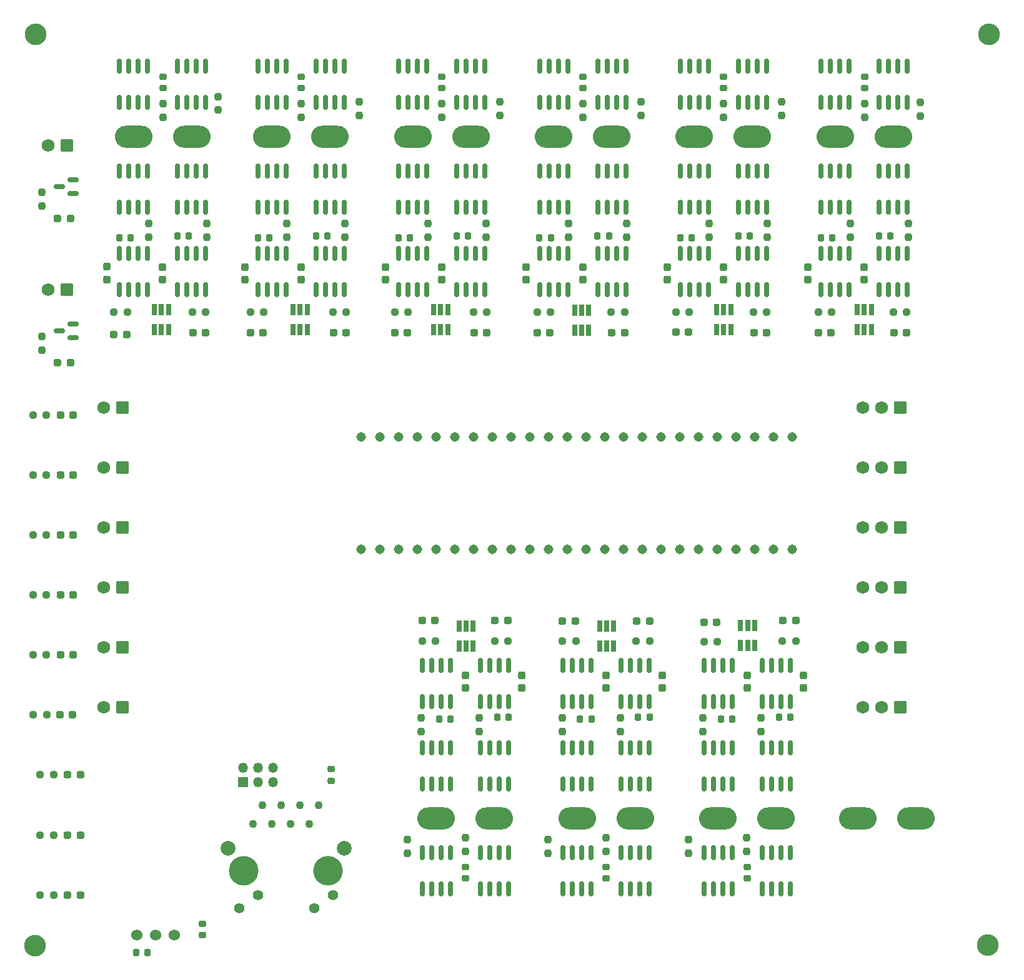
<source format=gts>
%TF.GenerationSoftware,KiCad,Pcbnew,(6.0.10)*%
%TF.CreationDate,2022-12-30T00:20:44-06:00*%
%TF.ProjectId,Armboard_Hardware,41726d62-6f61-4726-945f-486172647761,rev?*%
%TF.SameCoordinates,Original*%
%TF.FileFunction,Soldermask,Top*%
%TF.FilePolarity,Negative*%
%FSLAX46Y46*%
G04 Gerber Fmt 4.6, Leading zero omitted, Abs format (unit mm)*
G04 Created by KiCad (PCBNEW (6.0.10)) date 2022-12-30 00:20:44*
%MOMM*%
%LPD*%
G01*
G04 APERTURE LIST*
G04 Aperture macros list*
%AMRoundRect*
0 Rectangle with rounded corners*
0 $1 Rounding radius*
0 $2 $3 $4 $5 $6 $7 $8 $9 X,Y pos of 4 corners*
0 Add a 4 corners polygon primitive as box body*
4,1,4,$2,$3,$4,$5,$6,$7,$8,$9,$2,$3,0*
0 Add four circle primitives for the rounded corners*
1,1,$1+$1,$2,$3*
1,1,$1+$1,$4,$5*
1,1,$1+$1,$6,$7*
1,1,$1+$1,$8,$9*
0 Add four rect primitives between the rounded corners*
20,1,$1+$1,$2,$3,$4,$5,0*
20,1,$1+$1,$4,$5,$6,$7,0*
20,1,$1+$1,$6,$7,$8,$9,0*
20,1,$1+$1,$8,$9,$2,$3,0*%
G04 Aperture macros list end*
%ADD10R,0.650000X1.560000*%
%ADD11RoundRect,0.237500X-0.287500X-0.237500X0.287500X-0.237500X0.287500X0.237500X-0.287500X0.237500X0*%
%ADD12RoundRect,0.237500X0.250000X0.237500X-0.250000X0.237500X-0.250000X-0.237500X0.250000X-0.237500X0*%
%ADD13RoundRect,0.225000X0.250000X-0.225000X0.250000X0.225000X-0.250000X0.225000X-0.250000X-0.225000X0*%
%ADD14RoundRect,0.237500X0.237500X-0.250000X0.237500X0.250000X-0.237500X0.250000X-0.237500X-0.250000X0*%
%ADD15RoundRect,0.150000X0.150000X-0.825000X0.150000X0.825000X-0.150000X0.825000X-0.150000X-0.825000X0*%
%ADD16RoundRect,0.150000X-0.150000X0.825000X-0.150000X-0.825000X0.150000X-0.825000X0.150000X0.825000X0*%
%ADD17C,2.946400*%
%ADD18RoundRect,0.237500X-0.237500X0.250000X-0.237500X-0.250000X0.237500X-0.250000X0.237500X0.250000X0*%
%ADD19RoundRect,0.225000X0.225000X0.250000X-0.225000X0.250000X-0.225000X-0.250000X0.225000X-0.250000X0*%
%ADD20R,1.350000X1.350000*%
%ADD21O,1.350000X1.350000*%
%ADD22RoundRect,0.225000X-0.225000X-0.250000X0.225000X-0.250000X0.225000X0.250000X-0.225000X0.250000X0*%
%ADD23RoundRect,0.237500X-0.237500X0.287500X-0.237500X-0.287500X0.237500X-0.287500X0.237500X0.287500X0*%
%ADD24RoundRect,0.237500X-0.250000X-0.237500X0.250000X-0.237500X0.250000X0.237500X-0.250000X0.237500X0*%
%ADD25RoundRect,0.225000X-0.250000X0.225000X-0.250000X-0.225000X0.250000X-0.225000X0.250000X0.225000X0*%
%ADD26RoundRect,0.250000X0.620000X0.620000X-0.620000X0.620000X-0.620000X-0.620000X0.620000X-0.620000X0*%
%ADD27C,1.740000*%
%ADD28RoundRect,0.237500X0.287500X0.237500X-0.287500X0.237500X-0.287500X-0.237500X0.287500X-0.237500X0*%
%ADD29C,1.524000*%
%ADD30RoundRect,0.237500X0.237500X-0.287500X0.237500X0.287500X-0.237500X0.287500X-0.237500X-0.287500X0*%
%ADD31RoundRect,0.150000X0.587500X0.150000X-0.587500X0.150000X-0.587500X-0.150000X0.587500X-0.150000X0*%
%ADD32C,1.308000*%
%ADD33C,1.100000*%
%ADD34C,1.400000*%
%ADD35C,4.000000*%
%ADD36C,2.000000*%
%ADD37O,5.100000X3.000000*%
G04 APERTURE END LIST*
D10*
X267782080Y-199978000D03*
X268732080Y-199978000D03*
X269682080Y-199978000D03*
X269682080Y-197278000D03*
X268732080Y-197278000D03*
X267782080Y-197278000D03*
D11*
X160770600Y-276682200D03*
X162520600Y-276682200D03*
D12*
X248816500Y-242316000D03*
X246991500Y-242316000D03*
D13*
X249663592Y-167215600D03*
X249663592Y-165665600D03*
X192416228Y-167215600D03*
X192416228Y-165665600D03*
D14*
X228653704Y-187419100D03*
X228653704Y-185594100D03*
D15*
X251677392Y-194569600D03*
X252947392Y-194569600D03*
X254217392Y-194569600D03*
X255487392Y-194569600D03*
X255487392Y-189619600D03*
X254217392Y-189619600D03*
X252947392Y-189619600D03*
X251677392Y-189619600D03*
D11*
X159780000Y-227838000D03*
X161530000Y-227838000D03*
D12*
X217574500Y-197612000D03*
X215749500Y-197612000D03*
X168844000Y-197612000D03*
X167019000Y-197612000D03*
D14*
X211497416Y-171163100D03*
X211497416Y-169338100D03*
D16*
X258684004Y-270893800D03*
X257414004Y-270893800D03*
X256144004Y-270893800D03*
X254874004Y-270893800D03*
X254874004Y-275843800D03*
X256144004Y-275843800D03*
X257414004Y-275843800D03*
X258684004Y-275843800D03*
D14*
X192423428Y-171163100D03*
X192423428Y-169338100D03*
D17*
X285623000Y-159893000D03*
D12*
X157946700Y-252222000D03*
X156121700Y-252222000D03*
D15*
X205630016Y-183393600D03*
X206900016Y-183393600D03*
X208170016Y-183393600D03*
X209440016Y-183393600D03*
X209440016Y-178443600D03*
X208170016Y-178443600D03*
X206900016Y-178443600D03*
X205630016Y-178443600D03*
X243803392Y-194569600D03*
X245073392Y-194569600D03*
X246343392Y-194569600D03*
X247613392Y-194569600D03*
X247613392Y-189619600D03*
X246343392Y-189619600D03*
X245073392Y-189619600D03*
X243803392Y-189619600D03*
D12*
X206906500Y-197612000D03*
X205081500Y-197612000D03*
D18*
X233727600Y-268900300D03*
X233727600Y-270725300D03*
D19*
X239615200Y-252540800D03*
X238065200Y-252540800D03*
D20*
X184563000Y-261363000D03*
D21*
X184563000Y-259363000D03*
X186563000Y-261363000D03*
X186563000Y-259363000D03*
X188563000Y-261363000D03*
X188563000Y-259363000D03*
D10*
X172532080Y-199978000D03*
X173482080Y-199978000D03*
X174432080Y-199978000D03*
X174432080Y-197278000D03*
X173482080Y-197278000D03*
X172532080Y-197278000D03*
D22*
X213483816Y-187287147D03*
X215033816Y-187287147D03*
D15*
X167808480Y-169169600D03*
X169078480Y-169169600D03*
X170348480Y-169169600D03*
X171618480Y-169169600D03*
X171618480Y-164219600D03*
X170348480Y-164219600D03*
X169078480Y-164219600D03*
X167808480Y-164219600D03*
D23*
X192398028Y-191473600D03*
X192398028Y-193223600D03*
D15*
X262890080Y-194569600D03*
X264160080Y-194569600D03*
X265430080Y-194569600D03*
X266700080Y-194569600D03*
X266700080Y-189619600D03*
X265430080Y-189619600D03*
X264160080Y-189619600D03*
X262890080Y-189619600D03*
D23*
X222931504Y-191473600D03*
X222931504Y-193223600D03*
D24*
X218619000Y-242189000D03*
X220444000Y-242189000D03*
D14*
X190493028Y-187419100D03*
X190493028Y-185594100D03*
D18*
X157249500Y-200890500D03*
X157249500Y-202715500D03*
D16*
X231721000Y-245493800D03*
X230451000Y-245493800D03*
X229181000Y-245493800D03*
X227911000Y-245493800D03*
X227911000Y-250443800D03*
X229181000Y-250443800D03*
X230451000Y-250443800D03*
X231721000Y-250443800D03*
D10*
X229494080Y-200058000D03*
X230444080Y-200058000D03*
X231394080Y-200058000D03*
X231394080Y-197358000D03*
X230444080Y-197358000D03*
X229494080Y-197358000D03*
D23*
X249645392Y-191473600D03*
X249645392Y-193223600D03*
D15*
X270764080Y-194569600D03*
X272034080Y-194569600D03*
X273304080Y-194569600D03*
X274574080Y-194569600D03*
X274574080Y-189619600D03*
X273304080Y-189619600D03*
X272034080Y-189619600D03*
X270764080Y-189619600D03*
D18*
X216569212Y-252644300D03*
X216569212Y-254469300D03*
D15*
X270764080Y-183393600D03*
X272034080Y-183393600D03*
X273304080Y-183393600D03*
X274574080Y-183393600D03*
X274574080Y-178443600D03*
X273304080Y-178443600D03*
X272034080Y-178443600D03*
X270764080Y-178443600D03*
D22*
X262869880Y-187522600D03*
X264419880Y-187522600D03*
D11*
X159780000Y-219710000D03*
X161530000Y-219710000D03*
D14*
X181132800Y-170184600D03*
X181132800Y-168359600D03*
D25*
X214646012Y-272847800D03*
X214646012Y-274397800D03*
D12*
X158875100Y-268554200D03*
X157050100Y-268554200D03*
D11*
X159780000Y-244094000D03*
X161530000Y-244094000D03*
D16*
X220506212Y-245493800D03*
X219236212Y-245493800D03*
X217966212Y-245493800D03*
X216696212Y-245493800D03*
X216696212Y-250443800D03*
X217966212Y-250443800D03*
X219236212Y-250443800D03*
X220506212Y-250443800D03*
D14*
X230584104Y-171163100D03*
X230584104Y-169338100D03*
D26*
X168224200Y-226810000D03*
D27*
X165684200Y-226810000D03*
D18*
X214638812Y-268900300D03*
X214638812Y-270725300D03*
D22*
X232570504Y-187287147D03*
X234120504Y-187287147D03*
D14*
X173675880Y-171163100D03*
X173675880Y-169338100D03*
D28*
X274470500Y-200406000D03*
X272720500Y-200406000D03*
D22*
X224696504Y-187522600D03*
X226246504Y-187522600D03*
D18*
X235658000Y-252644300D03*
X235658000Y-254469300D03*
D26*
X168224200Y-243078000D03*
D27*
X165684200Y-243078000D03*
D18*
X206769012Y-269154300D03*
X206769012Y-270979300D03*
D14*
X179619480Y-187419100D03*
X179619480Y-185594100D03*
X238458104Y-170923100D03*
X238458104Y-169098100D03*
X255614392Y-187419100D03*
X255614392Y-185594100D03*
D10*
X191328080Y-199978000D03*
X192278080Y-199978000D03*
X193228080Y-199978000D03*
X193228080Y-197278000D03*
X192278080Y-197278000D03*
X191328080Y-197278000D03*
D16*
X250810004Y-270893800D03*
X249540004Y-270893800D03*
X248270004Y-270893800D03*
X247000004Y-270893800D03*
X247000004Y-275843800D03*
X248270004Y-275843800D03*
X249540004Y-275843800D03*
X250810004Y-275843800D03*
D14*
X257544792Y-170909100D03*
X257544792Y-169084100D03*
D23*
X268732080Y-191473600D03*
X268732080Y-193223600D03*
D14*
X274701080Y-187419100D03*
X274701080Y-185594100D03*
D15*
X194430028Y-194569600D03*
X195700028Y-194569600D03*
X196970028Y-194569600D03*
X198240028Y-194569600D03*
X198240028Y-189619600D03*
X196970028Y-189619600D03*
X195700028Y-189619600D03*
X194430028Y-189619600D03*
D29*
X175260000Y-282067000D03*
X172720000Y-282067000D03*
X170180000Y-282067000D03*
D22*
X251657192Y-187287147D03*
X253207192Y-187287147D03*
D10*
X234742004Y-240204000D03*
X233792004Y-240204000D03*
X232842004Y-240204000D03*
X232842004Y-242904000D03*
X233792004Y-242904000D03*
X234742004Y-242904000D03*
D12*
X157884500Y-235966000D03*
X156059500Y-235966000D03*
D11*
X159705700Y-252222000D03*
X161455700Y-252222000D03*
D30*
X252842004Y-248589800D03*
X252842004Y-246839800D03*
D12*
X229639500Y-242189000D03*
X227814500Y-242189000D03*
D16*
X250810004Y-256669800D03*
X249540004Y-256669800D03*
X248270004Y-256669800D03*
X247000004Y-256669800D03*
X247000004Y-261619800D03*
X248270004Y-261619800D03*
X249540004Y-261619800D03*
X250810004Y-261619800D03*
D14*
X276352000Y-170965500D03*
X276352000Y-169140500D03*
D11*
X205081500Y-200406000D03*
X206831500Y-200406000D03*
D22*
X194409828Y-187287147D03*
X195959828Y-187287147D03*
D25*
X252823804Y-272847800D03*
X252823804Y-274397800D03*
D23*
X261104880Y-191473600D03*
X261104880Y-193223600D03*
D15*
X175682480Y-183393600D03*
X176952480Y-183393600D03*
X178222480Y-183393600D03*
X179492480Y-183393600D03*
X179492480Y-178443600D03*
X178222480Y-178443600D03*
X176952480Y-178443600D03*
X175682480Y-178443600D03*
D12*
X157884500Y-244094000D03*
X156059500Y-244094000D03*
D19*
X212652412Y-252776253D03*
X211102412Y-252776253D03*
D12*
X158875100Y-276682200D03*
X157050100Y-276682200D03*
D15*
X186556028Y-194569600D03*
X187826028Y-194569600D03*
X189096028Y-194569600D03*
X190366028Y-194569600D03*
X190366028Y-189619600D03*
X189096028Y-189619600D03*
X187826028Y-189619600D03*
X186556028Y-189619600D03*
D23*
X211472016Y-191473600D03*
X211472016Y-193223600D03*
D16*
X239595000Y-245493800D03*
X238325000Y-245493800D03*
X237055000Y-245493800D03*
X235785000Y-245493800D03*
X235785000Y-250443800D03*
X237055000Y-250443800D03*
X238325000Y-250443800D03*
X239595000Y-250443800D03*
D11*
X160770600Y-268554200D03*
X162520600Y-268554200D03*
D10*
X210378080Y-199978000D03*
X211328080Y-199978000D03*
X212278080Y-199978000D03*
X212278080Y-197278000D03*
X211328080Y-197278000D03*
X210378080Y-197278000D03*
D15*
X175682480Y-194569600D03*
X176952480Y-194569600D03*
X178222480Y-194569600D03*
X179492480Y-194569600D03*
X179492480Y-189619600D03*
X178222480Y-189619600D03*
X176952480Y-189619600D03*
X175682480Y-189619600D03*
D12*
X259447000Y-242189000D03*
X257622000Y-242189000D03*
D13*
X173668680Y-167215600D03*
X173668680Y-165665600D03*
D28*
X239635000Y-239522000D03*
X237885000Y-239522000D03*
D15*
X270764080Y-169169600D03*
X272034080Y-169169600D03*
X273304080Y-169169600D03*
X274574080Y-169169600D03*
X274574080Y-164219600D03*
X273304080Y-164219600D03*
X272034080Y-164219600D03*
X270764080Y-164219600D03*
D18*
X252816604Y-268900300D03*
X252816604Y-270725300D03*
D16*
X239595000Y-256669800D03*
X238325000Y-256669800D03*
X237055000Y-256669800D03*
X235785000Y-256669800D03*
X235785000Y-261619800D03*
X237055000Y-261619800D03*
X238325000Y-261619800D03*
X239595000Y-261619800D03*
D18*
X225853600Y-269154300D03*
X225853600Y-270979300D03*
D16*
X258684004Y-256669800D03*
X257414004Y-256669800D03*
X256144004Y-256669800D03*
X254874004Y-256669800D03*
X254874004Y-261619800D03*
X256144004Y-261619800D03*
X257414004Y-261619800D03*
X258684004Y-261619800D03*
X220506212Y-256669800D03*
X219236212Y-256669800D03*
X217966212Y-256669800D03*
X216696212Y-256669800D03*
X216696212Y-261619800D03*
X217966212Y-261619800D03*
X219236212Y-261619800D03*
X220506212Y-261619800D03*
D15*
X224716704Y-169169600D03*
X225986704Y-169169600D03*
X227256704Y-169169600D03*
X228526704Y-169169600D03*
X228526704Y-164219600D03*
X227256704Y-164219600D03*
X225986704Y-164219600D03*
X224716704Y-164219600D03*
D11*
X159780000Y-211582000D03*
X161530000Y-211582000D03*
D18*
X244942604Y-269165700D03*
X244942604Y-270990700D03*
D11*
X227816668Y-239522000D03*
X229566668Y-239522000D03*
D24*
X208802000Y-242189000D03*
X210627000Y-242189000D03*
D22*
X167788280Y-187522600D03*
X169338280Y-187522600D03*
D26*
X168224200Y-210566000D03*
D27*
X165684200Y-210566000D03*
D11*
X243181500Y-200329800D03*
X244931500Y-200329800D03*
X246991500Y-239649000D03*
X248741500Y-239649000D03*
D26*
X273634200Y-226822000D03*
D27*
X271094200Y-226822000D03*
X268554200Y-226822000D03*
D26*
X273634200Y-251194000D03*
D27*
X271094200Y-251194000D03*
X268554200Y-251194000D03*
D15*
X194430028Y-169169600D03*
X195700028Y-169169600D03*
X196970028Y-169169600D03*
X198240028Y-169169600D03*
X198240028Y-164219600D03*
X196970028Y-164219600D03*
X195700028Y-164219600D03*
X194430028Y-164219600D03*
D14*
X200272028Y-170899600D03*
X200272028Y-169074600D03*
D17*
X285496000Y-283464000D03*
D22*
X175662280Y-187287147D03*
X177212280Y-187287147D03*
D15*
X186556028Y-169169600D03*
X187826028Y-169169600D03*
X189096028Y-169169600D03*
X190366028Y-169169600D03*
X190366028Y-164219600D03*
X189096028Y-164219600D03*
X187826028Y-164219600D03*
X186556028Y-164219600D03*
D26*
X273634200Y-234950000D03*
D27*
X271094200Y-234950000D03*
X268554200Y-234950000D03*
D16*
X239595000Y-270893800D03*
X238325000Y-270893800D03*
X237055000Y-270893800D03*
X235785000Y-270893800D03*
X235785000Y-275843800D03*
X237055000Y-275843800D03*
X238325000Y-275843800D03*
X239595000Y-275843800D03*
D28*
X217574500Y-200406000D03*
X215824500Y-200406000D03*
D11*
X224385500Y-200406000D03*
X226135500Y-200406000D03*
D12*
X236267000Y-197612000D03*
X234442000Y-197612000D03*
D30*
X233753000Y-248589800D03*
X233753000Y-246839800D03*
D15*
X232590704Y-183393600D03*
X233860704Y-183393600D03*
X235130704Y-183393600D03*
X236400704Y-183393600D03*
X236400704Y-178443600D03*
X235130704Y-178443600D03*
X233860704Y-178443600D03*
X232590704Y-178443600D03*
D14*
X249670792Y-171163100D03*
X249670792Y-169338100D03*
D12*
X179474500Y-197612000D03*
X177649500Y-197612000D03*
D10*
X253858004Y-240124000D03*
X252908004Y-240124000D03*
X251958004Y-240124000D03*
X251958004Y-242824000D03*
X252908004Y-242824000D03*
X253858004Y-242824000D03*
D18*
X157249500Y-181332500D03*
X157249500Y-183157500D03*
D26*
X168224200Y-234938000D03*
D27*
X165684200Y-234938000D03*
D16*
X212632212Y-270893800D03*
X211362212Y-270893800D03*
X210092212Y-270893800D03*
X208822212Y-270893800D03*
X208822212Y-275843800D03*
X210092212Y-275843800D03*
X211362212Y-275843800D03*
X212632212Y-275843800D03*
X231721000Y-270893800D03*
X230451000Y-270893800D03*
X229181000Y-270893800D03*
X227911000Y-270893800D03*
X227911000Y-275843800D03*
X229181000Y-275843800D03*
X230451000Y-275843800D03*
X231721000Y-275843800D03*
D13*
X230576904Y-167215600D03*
X230576904Y-165665600D03*
D26*
X168224200Y-218682000D03*
D27*
X165684200Y-218682000D03*
D16*
X220506212Y-270893800D03*
X219236212Y-270893800D03*
X217966212Y-270893800D03*
X216696212Y-270893800D03*
X216696212Y-275843800D03*
X217966212Y-275843800D03*
X219236212Y-275843800D03*
X220506212Y-275843800D03*
D30*
X260469204Y-248589800D03*
X260469204Y-246839800D03*
D15*
X224716704Y-183393600D03*
X225986704Y-183393600D03*
X227256704Y-183393600D03*
X228526704Y-183393600D03*
X228526704Y-178443600D03*
X227256704Y-178443600D03*
X225986704Y-178443600D03*
X224716704Y-178443600D03*
X243803392Y-169169600D03*
X245073392Y-169169600D03*
X246343392Y-169169600D03*
X247613392Y-169169600D03*
X247613392Y-164219600D03*
X246343392Y-164219600D03*
X245073392Y-164219600D03*
X243803392Y-164219600D03*
D11*
X159422500Y-204470000D03*
X161172500Y-204470000D03*
D22*
X205609816Y-187522600D03*
X207159816Y-187522600D03*
D13*
X179070000Y-282093000D03*
X179070000Y-280543000D03*
D12*
X157884500Y-227838000D03*
X156059500Y-227838000D03*
D30*
X222291412Y-248589800D03*
X222291412Y-246839800D03*
D26*
X273634200Y-218682000D03*
D27*
X271094200Y-218682000D03*
X268554200Y-218682000D03*
D15*
X243803392Y-183393600D03*
X245073392Y-183393600D03*
X246343392Y-183393600D03*
X247613392Y-183393600D03*
X247613392Y-178443600D03*
X246343392Y-178443600D03*
X245073392Y-178443600D03*
X243803392Y-178443600D03*
D26*
X160630000Y-194552000D03*
D27*
X158090000Y-194552000D03*
D15*
X175682480Y-169169600D03*
X176952480Y-169169600D03*
X178222480Y-169169600D03*
X179492480Y-169169600D03*
X179492480Y-164219600D03*
X178222480Y-164219600D03*
X176952480Y-164219600D03*
X175682480Y-164219600D03*
D12*
X255524000Y-197612000D03*
X253699000Y-197612000D03*
D15*
X213504016Y-183393600D03*
X214774016Y-183393600D03*
X216044016Y-183393600D03*
X217314016Y-183393600D03*
X217314016Y-178443600D03*
X216044016Y-178443600D03*
X214774016Y-178443600D03*
X213504016Y-178443600D03*
D10*
X215692004Y-240204000D03*
X214742004Y-240204000D03*
X213792004Y-240204000D03*
X213792004Y-242904000D03*
X214742004Y-242904000D03*
X215692004Y-242904000D03*
D12*
X274470500Y-197612000D03*
X272645500Y-197612000D03*
D19*
X231741200Y-252776253D03*
X230191200Y-252776253D03*
D15*
X262890080Y-169169600D03*
X264160080Y-169169600D03*
X265430080Y-169169600D03*
X266700080Y-169169600D03*
X266700080Y-164219600D03*
X265430080Y-164219600D03*
X264160080Y-164219600D03*
X262890080Y-164219600D03*
D13*
X211490216Y-167215600D03*
X211490216Y-165665600D03*
D28*
X179474500Y-200406000D03*
X177724500Y-200406000D03*
D11*
X167019000Y-200660000D03*
X168769000Y-200660000D03*
D12*
X158875100Y-260299200D03*
X157050100Y-260299200D03*
D23*
X230558704Y-191473600D03*
X230558704Y-193223600D03*
D25*
X196469000Y-259588000D03*
X196469000Y-261138000D03*
D14*
X209567016Y-187419100D03*
X209567016Y-185594100D03*
D22*
X170040000Y-284480000D03*
X171590000Y-284480000D03*
D23*
X166116080Y-191403000D03*
X166116080Y-193153000D03*
D30*
X241380200Y-248589800D03*
X241380200Y-246839800D03*
D23*
X173650480Y-191473600D03*
X173650480Y-193223600D03*
D12*
X239635000Y-242189000D03*
X237810000Y-242189000D03*
D17*
X156381580Y-283546420D03*
D15*
X251677392Y-183393600D03*
X252947392Y-183393600D03*
X254217392Y-183393600D03*
X255487392Y-183393600D03*
X255487392Y-178443600D03*
X254217392Y-178443600D03*
X252947392Y-178443600D03*
X251677392Y-178443600D03*
D18*
X254747004Y-252644300D03*
X254747004Y-254469300D03*
D28*
X236267000Y-200406000D03*
X234517000Y-200406000D03*
D15*
X205630016Y-194569600D03*
X206900016Y-194569600D03*
X208170016Y-194569600D03*
X209440016Y-194569600D03*
X209440016Y-189619600D03*
X208170016Y-189619600D03*
X206900016Y-189619600D03*
X205630016Y-189619600D03*
D11*
X159422500Y-184912000D03*
X161172500Y-184912000D03*
D15*
X186556028Y-183393600D03*
X187826028Y-183393600D03*
X189096028Y-183393600D03*
X190366028Y-183393600D03*
X190366028Y-178443600D03*
X189096028Y-178443600D03*
X187826028Y-178443600D03*
X186556028Y-178443600D03*
X167808480Y-183393600D03*
X169078480Y-183393600D03*
X170348480Y-183393600D03*
X171618480Y-183393600D03*
X171618480Y-178443600D03*
X170348480Y-178443600D03*
X169078480Y-178443600D03*
X167808480Y-178443600D03*
D12*
X157884500Y-211582000D03*
X156059500Y-211582000D03*
D14*
X268757480Y-171163100D03*
X268757480Y-169338100D03*
D31*
X161489000Y-181544000D03*
X161489000Y-179644000D03*
X159614000Y-180594000D03*
D23*
X184770828Y-191473600D03*
X184770828Y-193223600D03*
D14*
X219371416Y-170925000D03*
X219371416Y-169100000D03*
X266827080Y-187419100D03*
X266827080Y-185594100D03*
D31*
X161489000Y-201102000D03*
X161489000Y-199202000D03*
X159614000Y-200152000D03*
D25*
X233734800Y-272847800D03*
X233734800Y-274397800D03*
D11*
X262485500Y-200406000D03*
X264235500Y-200406000D03*
D15*
X232590704Y-169169600D03*
X233860704Y-169169600D03*
X235130704Y-169169600D03*
X236400704Y-169169600D03*
X236400704Y-164219600D03*
X235130704Y-164219600D03*
X233860704Y-164219600D03*
X232590704Y-164219600D03*
D26*
X168224200Y-251194000D03*
D27*
X165684200Y-251194000D03*
D28*
X259447000Y-239395000D03*
X257697000Y-239395000D03*
D32*
X203042000Y-229729500D03*
X205582000Y-229729500D03*
X208122000Y-229729500D03*
X210662000Y-229729500D03*
X236062000Y-229729500D03*
X205582000Y-214489500D03*
X213202000Y-229729500D03*
X215742000Y-229729500D03*
X218282000Y-229729500D03*
X220822000Y-229729500D03*
X223362000Y-229729500D03*
X225902000Y-229729500D03*
X228442000Y-229729500D03*
X230982000Y-229729500D03*
X233522000Y-229729500D03*
X233522000Y-214489500D03*
X230982000Y-214489500D03*
X228442000Y-214489500D03*
X225902000Y-214489500D03*
X223362000Y-214489500D03*
X220822000Y-214489500D03*
X218282000Y-214489500D03*
X215742000Y-214489500D03*
X213202000Y-214489500D03*
X210662000Y-214489500D03*
X208122000Y-214489500D03*
X238602000Y-229729500D03*
X241142000Y-229729500D03*
X243682000Y-229729500D03*
X246222000Y-229729500D03*
X248762000Y-229729500D03*
X251302000Y-229729500D03*
X253842000Y-229729500D03*
X256382000Y-229729500D03*
X258922000Y-229729500D03*
X258922000Y-214489500D03*
X256382000Y-214489500D03*
X253842000Y-214489500D03*
X251302000Y-214489500D03*
X248762000Y-214489500D03*
X246222000Y-214489500D03*
X243682000Y-214489500D03*
X241142000Y-214489500D03*
X238602000Y-214489500D03*
X200502000Y-229729500D03*
X236062000Y-214489500D03*
X203042000Y-214489500D03*
X200502000Y-214489500D03*
D14*
X247740392Y-187419100D03*
X247740392Y-185594100D03*
D28*
X220444000Y-239395000D03*
X218694000Y-239395000D03*
D14*
X217441016Y-187419100D03*
X217441016Y-185594100D03*
D15*
X194430028Y-183393600D03*
X195700028Y-183393600D03*
X196970028Y-183393600D03*
X198240028Y-183393600D03*
X198240028Y-178443600D03*
X196970028Y-178443600D03*
X195700028Y-178443600D03*
X194430028Y-178443600D03*
D14*
X171745480Y-187419100D03*
X171745480Y-185594100D03*
D11*
X208802000Y-239395000D03*
X210552000Y-239395000D03*
D10*
X248732080Y-199978000D03*
X249682080Y-199978000D03*
X250632080Y-199978000D03*
X250632080Y-197278000D03*
X249682080Y-197278000D03*
X248732080Y-197278000D03*
D23*
X242018192Y-191473600D03*
X242018192Y-193223600D03*
D12*
X264310500Y-197612000D03*
X262485500Y-197612000D03*
D30*
X214664212Y-248589800D03*
X214664212Y-246839800D03*
D16*
X212632212Y-245493800D03*
X211362212Y-245493800D03*
X210092212Y-245493800D03*
X208822212Y-245493800D03*
X208822212Y-250443800D03*
X210092212Y-250443800D03*
X211362212Y-250443800D03*
X212632212Y-250443800D03*
D22*
X186535828Y-187522600D03*
X188085828Y-187522600D03*
D17*
X156464000Y-159893000D03*
D11*
X160770600Y-260299200D03*
X162520600Y-260299200D03*
D22*
X270743880Y-187287147D03*
X272293880Y-187287147D03*
D12*
X245006500Y-197612000D03*
X243181500Y-197612000D03*
D23*
X203844816Y-191473600D03*
X203844816Y-193223600D03*
D16*
X250810004Y-245493800D03*
X249540004Y-245493800D03*
X248270004Y-245493800D03*
X247000004Y-245493800D03*
X247000004Y-250443800D03*
X248270004Y-250443800D03*
X249540004Y-250443800D03*
X250810004Y-250443800D03*
X212632212Y-256669800D03*
X211362212Y-256669800D03*
X210092212Y-256669800D03*
X208822212Y-256669800D03*
X208822212Y-261619800D03*
X210092212Y-261619800D03*
X211362212Y-261619800D03*
X212632212Y-261619800D03*
D19*
X258704204Y-252540800D03*
X257154204Y-252540800D03*
D18*
X208695212Y-252644300D03*
X208695212Y-254469300D03*
X246873004Y-252644300D03*
X246873004Y-254469300D03*
D26*
X273634200Y-210554000D03*
D27*
X271094200Y-210554000D03*
X268554200Y-210554000D03*
D15*
X213504016Y-194569600D03*
X214774016Y-194569600D03*
X216044016Y-194569600D03*
X217314016Y-194569600D03*
X217314016Y-189619600D03*
X216044016Y-189619600D03*
X214774016Y-189619600D03*
X213504016Y-189619600D03*
X224716704Y-194569600D03*
X225986704Y-194569600D03*
X227256704Y-194569600D03*
X228526704Y-194569600D03*
X228526704Y-189619600D03*
X227256704Y-189619600D03*
X225986704Y-189619600D03*
X224716704Y-189619600D03*
D19*
X250830204Y-252776253D03*
X249280204Y-252776253D03*
D28*
X255524000Y-200406000D03*
X253774000Y-200406000D03*
D15*
X232590704Y-194569600D03*
X233860704Y-194569600D03*
X235130704Y-194569600D03*
X236400704Y-194569600D03*
X236400704Y-189619600D03*
X235130704Y-189619600D03*
X233860704Y-189619600D03*
X232590704Y-189619600D03*
X251677392Y-169169600D03*
X252947392Y-169169600D03*
X254217392Y-169169600D03*
X255487392Y-169169600D03*
X255487392Y-164219600D03*
X254217392Y-164219600D03*
X252947392Y-164219600D03*
X251677392Y-164219600D03*
X262890080Y-183393600D03*
X264160080Y-183393600D03*
X265430080Y-183393600D03*
X266700080Y-183393600D03*
X266700080Y-178443600D03*
X265430080Y-178443600D03*
X264160080Y-178443600D03*
X262890080Y-178443600D03*
D26*
X160630000Y-174994000D03*
D27*
X158090000Y-174994000D03*
D33*
X185930000Y-267048000D03*
X187200000Y-264508000D03*
X188470000Y-267048000D03*
X189740000Y-264508000D03*
X191010000Y-267048000D03*
X192280000Y-264508000D03*
X193550000Y-267048000D03*
X194820000Y-264508000D03*
D34*
X184050000Y-278478000D03*
X186590000Y-276688000D03*
X194160000Y-278478000D03*
X196700000Y-276688000D03*
D35*
X184660000Y-273398000D03*
X196090000Y-273398000D03*
D36*
X182500000Y-270348000D03*
X198250000Y-270348000D03*
D16*
X258684004Y-245493800D03*
X257414004Y-245493800D03*
X256144004Y-245493800D03*
X254874004Y-245493800D03*
X254874004Y-250443800D03*
X256144004Y-250443800D03*
X257414004Y-250443800D03*
X258684004Y-250443800D03*
D12*
X226210500Y-197612000D03*
X224385500Y-197612000D03*
D11*
X159780000Y-235966000D03*
X161530000Y-235966000D03*
D18*
X227784000Y-252644300D03*
X227784000Y-254469300D03*
D26*
X273634200Y-243066000D03*
D27*
X271094200Y-243066000D03*
X268554200Y-243066000D03*
D14*
X198367028Y-187419100D03*
X198367028Y-185594100D03*
D15*
X167808480Y-194569600D03*
X169078480Y-194569600D03*
X170348480Y-194569600D03*
X171618480Y-194569600D03*
X171618480Y-189619600D03*
X170348480Y-189619600D03*
X169078480Y-189619600D03*
X167808480Y-189619600D03*
X205630016Y-169169600D03*
X206900016Y-169169600D03*
X208170016Y-169169600D03*
X209440016Y-169169600D03*
X209440016Y-164219600D03*
X208170016Y-164219600D03*
X206900016Y-164219600D03*
X205630016Y-164219600D03*
D19*
X220526412Y-252540800D03*
X218976412Y-252540800D03*
D16*
X231721000Y-256669800D03*
X230451000Y-256669800D03*
X229181000Y-256669800D03*
X227911000Y-256669800D03*
X227911000Y-261619800D03*
X229181000Y-261619800D03*
X230451000Y-261619800D03*
X231721000Y-261619800D03*
D13*
X268750280Y-167215600D03*
X268750280Y-165665600D03*
D15*
X213504016Y-169169600D03*
X214774016Y-169169600D03*
X216044016Y-169169600D03*
X217314016Y-169169600D03*
X217314016Y-164219600D03*
X216044016Y-164219600D03*
X214774016Y-164219600D03*
X213504016Y-164219600D03*
D28*
X198524500Y-200406000D03*
X196774500Y-200406000D03*
D37*
X267843000Y-266256800D03*
X275717000Y-266256800D03*
D12*
X187348500Y-197612000D03*
X185523500Y-197612000D03*
D22*
X243783192Y-187522600D03*
X245333192Y-187522600D03*
D14*
X236527704Y-187419100D03*
X236527704Y-185594100D03*
D12*
X157884500Y-219710000D03*
X156059500Y-219710000D03*
X198524500Y-197612000D03*
X196699500Y-197612000D03*
D11*
X185523500Y-200406000D03*
X187273500Y-200406000D03*
D37*
X169713480Y-173806600D03*
X177587480Y-173806600D03*
X226621704Y-173806600D03*
X234495704Y-173806600D03*
X256779004Y-266256800D03*
X248905004Y-266256800D03*
X218601212Y-266256800D03*
X210727212Y-266256800D03*
X188461028Y-173806600D03*
X196335028Y-173806600D03*
X207535016Y-173806600D03*
X215409016Y-173806600D03*
X245708392Y-173806600D03*
X253582392Y-173806600D03*
X237690000Y-266256800D03*
X229816000Y-266256800D03*
X264795080Y-173806600D03*
X272669080Y-173806600D03*
M02*

</source>
